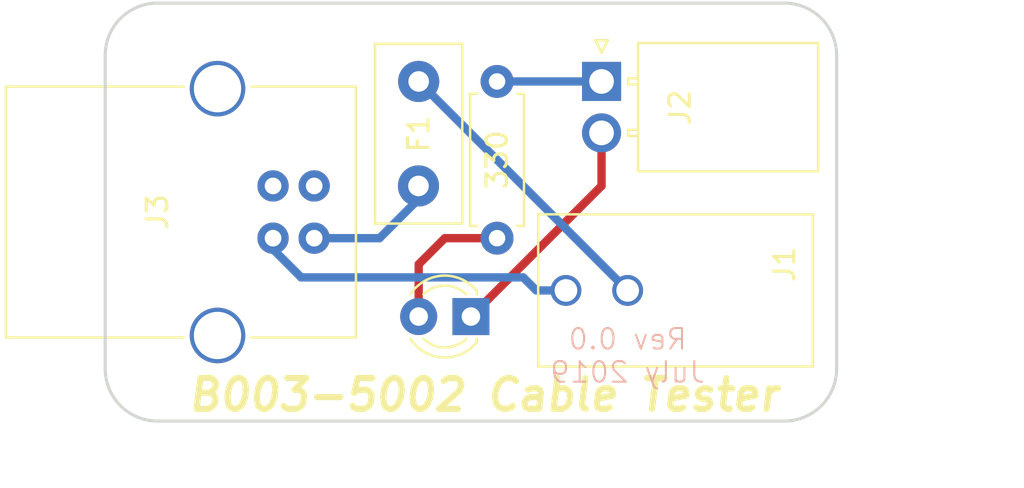
<source format=kicad_pcb>
(kicad_pcb (version 4) (host pcbnew 4.0.6)

  (general
    (links 7)
    (no_connects 1)
    (area 137.084999 111.684999 172.795001 132.155001)
    (thickness 1.6)
    (drawings 12)
    (tracks 15)
    (zones 0)
    (modules 6)
    (nets 10)
  )

  (page A4)
  (layers
    (0 F.Cu signal)
    (31 B.Cu signal)
    (32 B.Adhes user)
    (33 F.Adhes user)
    (34 B.Paste user)
    (35 F.Paste user)
    (36 B.SilkS user)
    (37 F.SilkS user)
    (38 B.Mask user)
    (39 F.Mask user)
    (40 Dwgs.User user)
    (41 Cmts.User user)
    (42 Eco1.User user)
    (43 Eco2.User user)
    (44 Edge.Cuts user)
    (45 Margin user)
    (46 B.CrtYd user)
    (47 F.CrtYd user)
    (48 B.Fab user)
    (49 F.Fab user)
  )

  (setup
    (last_trace_width 0.4064)
    (user_trace_width 0.4064)
    (trace_clearance 0.2)
    (zone_clearance 0.508)
    (zone_45_only no)
    (trace_min 0.2)
    (segment_width 0.2)
    (edge_width 0.15)
    (via_size 0.6)
    (via_drill 0.4)
    (via_min_size 0.4)
    (via_min_drill 0.3)
    (uvia_size 0.3)
    (uvia_drill 0.1)
    (uvias_allowed no)
    (uvia_min_size 0.2)
    (uvia_min_drill 0.1)
    (pcb_text_width 0.3)
    (pcb_text_size 1.5 1.5)
    (mod_edge_width 0.15)
    (mod_text_size 1 1)
    (mod_text_width 0.15)
    (pad_size 1.524 1.524)
    (pad_drill 0.762)
    (pad_to_mask_clearance 0.2)
    (aux_axis_origin 0 0)
    (visible_elements FFFFFF7F)
    (pcbplotparams
      (layerselection 0x00030_80000001)
      (usegerberextensions false)
      (excludeedgelayer true)
      (linewidth 0.100000)
      (plotframeref false)
      (viasonmask false)
      (mode 1)
      (useauxorigin false)
      (hpglpennumber 1)
      (hpglpenspeed 20)
      (hpglpendiameter 15)
      (hpglpenoverlay 2)
      (psnegative false)
      (psa4output false)
      (plotreference true)
      (plotvalue true)
      (plotinvisibletext false)
      (padsonsilk false)
      (subtractmaskfromsilk false)
      (outputformat 1)
      (mirror false)
      (drillshape 1)
      (scaleselection 1)
      (outputdirectory ""))
  )

  (net 0 "")
  (net 1 "Net-(D1-Pad1)")
  (net 2 "Net-(D1-Pad2)")
  (net 3 "Net-(J1-Pad2)")
  (net 4 "Net-(F1-Pad1)")
  (net 5 "Net-(J2-Pad1)")
  (net 6 "Net-(J3-Pad2)")
  (net 7 "Net-(F1-Pad2)")
  (net 8 "Net-(J3-Pad3)")
  (net 9 "Net-(J3-Pad5)")

  (net_class Default "This is the default net class."
    (clearance 0.2)
    (trace_width 0.25)
    (via_dia 0.6)
    (via_drill 0.4)
    (uvia_dia 0.3)
    (uvia_drill 0.1)
    (add_net "Net-(D1-Pad1)")
    (add_net "Net-(D1-Pad2)")
    (add_net "Net-(F1-Pad1)")
    (add_net "Net-(F1-Pad2)")
    (add_net "Net-(J1-Pad2)")
    (add_net "Net-(J2-Pad1)")
    (add_net "Net-(J3-Pad2)")
    (add_net "Net-(J3-Pad3)")
    (add_net "Net-(J3-Pad5)")
  )

  (module LEDs:LED_D3.0mm (layer F.Cu) (tedit 5D2E49CA) (tstamp 5D2E4492)
    (at 154.94 127 180)
    (descr "LED, diameter 3.0mm, 2 pins")
    (tags "LED diameter 3.0mm 2 pins")
    (path /5D2E4386)
    (fp_text reference D1 (at 1.27 -2.96 180) (layer F.SilkS) hide
      (effects (font (size 1 1) (thickness 0.15)))
    )
    (fp_text value LED (at 1.27 2.96 180) (layer F.Fab)
      (effects (font (size 1 1) (thickness 0.15)))
    )
    (fp_arc (start 1.27 0) (end -0.23 -1.16619) (angle 284.3) (layer F.Fab) (width 0.1))
    (fp_arc (start 1.27 0) (end -0.29 -1.235516) (angle 108.8) (layer F.SilkS) (width 0.12))
    (fp_arc (start 1.27 0) (end -0.29 1.235516) (angle -108.8) (layer F.SilkS) (width 0.12))
    (fp_arc (start 1.27 0) (end 0.229039 -1.08) (angle 87.9) (layer F.SilkS) (width 0.12))
    (fp_arc (start 1.27 0) (end 0.229039 1.08) (angle -87.9) (layer F.SilkS) (width 0.12))
    (fp_circle (center 1.27 0) (end 2.77 0) (layer F.Fab) (width 0.1))
    (fp_line (start -0.23 -1.16619) (end -0.23 1.16619) (layer F.Fab) (width 0.1))
    (fp_line (start -0.29 -1.236) (end -0.29 -1.08) (layer F.SilkS) (width 0.12))
    (fp_line (start -0.29 1.08) (end -0.29 1.236) (layer F.SilkS) (width 0.12))
    (fp_line (start -1.15 -2.25) (end -1.15 2.25) (layer F.CrtYd) (width 0.05))
    (fp_line (start -1.15 2.25) (end 3.7 2.25) (layer F.CrtYd) (width 0.05))
    (fp_line (start 3.7 2.25) (end 3.7 -2.25) (layer F.CrtYd) (width 0.05))
    (fp_line (start 3.7 -2.25) (end -1.15 -2.25) (layer F.CrtYd) (width 0.05))
    (pad 1 thru_hole rect (at 0 0 180) (size 1.8 1.8) (drill 0.9) (layers *.Cu *.Mask)
      (net 1 "Net-(D1-Pad1)"))
    (pad 2 thru_hole circle (at 2.54 0 180) (size 1.8 1.8) (drill 0.9) (layers *.Cu *.Mask)
      (net 2 "Net-(D1-Pad2)"))
    (model ${KISYS3DMOD}/LEDs.3dshapes/LED_D3.0mm.wrl
      (at (xyz 0 0 0))
      (scale (xyz 0.393701 0.393701 0.393701))
      (rotate (xyz 0 0 0))
    )
  )

  (module Connectors_Molex:Molex_Microfit3_Header_02x01_Angled_43045-020x (layer F.Cu) (tedit 5D2E4998) (tstamp 5D2E44A1)
    (at 162.56 125.73 90)
    (descr "Microfit3 02x01 header angled 43045-0200")
    (tags "connector Microfit 02x01 angled 3mm pitch")
    (path /5D2E4209)
    (fp_text reference J1 (at 1.27 7.62 90) (layer F.SilkS)
      (effects (font (size 1 1) (thickness 0.15)))
    )
    (fp_text value CONN_01X02 (at 0 -6.604 90) (layer F.Fab)
      (effects (font (size 1 1) (thickness 0.15)))
    )
    (fp_line (start -3.9 -4.55) (end -3.9 9.2) (layer F.CrtYd) (width 0.05))
    (fp_line (start -3.9 9.2) (end 3.9 9.2) (layer F.CrtYd) (width 0.05))
    (fp_line (start 3.9 9.2) (end 3.9 -4.55) (layer F.CrtYd) (width 0.05))
    (fp_line (start 3.9 -4.55) (end -3.9 -4.55) (layer F.CrtYd) (width 0.05))
    (fp_line (start -3.7 9) (end -3.7 -4.35) (layer F.SilkS) (width 0.12))
    (fp_line (start -3.7 -4.35) (end 3.7 -4.35) (layer F.SilkS) (width 0.12))
    (fp_line (start 3.7 -4.35) (end 3.7 9) (layer F.SilkS) (width 0.12))
    (fp_line (start 3.7 9) (end -3.7 9) (layer F.SilkS) (width 0.12))
    (pad 2 thru_hole circle (at 0 -3 90) (size 1.5 1.5) (drill 1.1) (layers *.Cu *.Mask)
      (net 3 "Net-(J1-Pad2)"))
    (pad 1 thru_hole circle (at 0 0 90) (size 1.5 1.5) (drill 1.1) (layers *.Cu *.Mask)
      (net 4 "Net-(F1-Pad1)"))
    (pad "" np_thru_hole circle (at 0 4.32 90) (size 3.1 3.1) (drill 3.1) (layers *.Cu *.Mask))
    (model ${KISYS3DMOD}/Connectors_Molex.3dshapes/Molex_Microfit3_Header_02x01_Angled_43045-020x.wrl
      (at (xyz 0 0 0))
      (scale (xyz 1 1 1))
      (rotate (xyz 0 0 0))
    )
  )

  (module Connectors_Molex:Molex_NanoFit_1x02x2.50mm_Angled (layer F.Cu) (tedit 5D2E499A) (tstamp 5D2E44C4)
    (at 161.29 115.57 270)
    (descr "Molex Nano Fit, single row, side entry, through hole, Datasheet:http://www.molex.com/pdm_docs/sd/1053131208_sd.pdf")
    (tags "connector molex nano-fit 105313-xx04")
    (path /5D2E4250)
    (fp_text reference J2 (at 1.27 -3.81 270) (layer F.SilkS)
      (effects (font (size 1 1) (thickness 0.15)))
    )
    (fp_text value CONN_01X02 (at 1.25 3.5 270) (layer F.Fab)
      (effects (font (size 1 1) (thickness 0.15)))
    )
    (fp_line (start -1.72 -10.38) (end -1.72 -1.92) (layer F.Fab) (width 0.1))
    (fp_line (start -1.72 -1.92) (end 4.22 -1.92) (layer F.Fab) (width 0.1))
    (fp_line (start 4.22 -1.92) (end 4.22 -10.38) (layer F.Fab) (width 0.1))
    (fp_line (start 4.22 -10.38) (end -1.72 -10.38) (layer F.Fab) (width 0.1))
    (fp_line (start -1.87 -10.53) (end -1.87 -1.77) (layer F.SilkS) (width 0.12))
    (fp_line (start -1.87 -1.77) (end 4.37 -1.77) (layer F.SilkS) (width 0.12))
    (fp_line (start 4.37 -1.77) (end 4.37 -10.53) (layer F.SilkS) (width 0.12))
    (fp_line (start 4.37 -10.53) (end -1.87 -10.53) (layer F.SilkS) (width 0.12))
    (fp_line (start -0.15 -1.77) (end -0.15 -1.3) (layer F.SilkS) (width 0.12))
    (fp_line (start -0.15 -1.3) (end 0.15 -1.3) (layer F.SilkS) (width 0.12))
    (fp_line (start 0.15 -1.3) (end 0.15 -1.77) (layer F.SilkS) (width 0.12))
    (fp_line (start 0.15 -1.77) (end -0.15 -1.77) (layer F.SilkS) (width 0.12))
    (fp_line (start 2.35 -1.77) (end 2.35 -1.3) (layer F.SilkS) (width 0.12))
    (fp_line (start 2.35 -1.3) (end 2.65 -1.3) (layer F.SilkS) (width 0.12))
    (fp_line (start 2.65 -1.3) (end 2.65 -1.77) (layer F.SilkS) (width 0.12))
    (fp_line (start 2.65 -1.77) (end 2.35 -1.77) (layer F.SilkS) (width 0.12))
    (fp_line (start -2.21 -10.88) (end -2.21 1.45) (layer F.CrtYd) (width 0.05))
    (fp_line (start -2.21 1.45) (end 4.71 1.45) (layer F.CrtYd) (width 0.05))
    (fp_line (start 4.71 1.45) (end 4.71 -10.88) (layer F.CrtYd) (width 0.05))
    (fp_line (start 4.71 -10.88) (end -2.21 -10.88) (layer F.CrtYd) (width 0.05))
    (fp_line (start -1.4 0) (end -2 0.3) (layer F.SilkS) (width 0.12))
    (fp_line (start -2 0.3) (end -2 -0.3) (layer F.SilkS) (width 0.12))
    (fp_line (start -2 -0.3) (end -1.4 0) (layer F.SilkS) (width 0.12))
    (fp_line (start -1.4 0) (end -2 0.3) (layer F.Fab) (width 0.1))
    (fp_line (start -2 0.3) (end -2 -0.3) (layer F.Fab) (width 0.1))
    (fp_line (start -2 -0.3) (end -1.4 0) (layer F.Fab) (width 0.1))
    (fp_text user %R (at 1.25 -4.5 270) (layer F.Fab)
      (effects (font (size 1 1) (thickness 0.15)))
    )
    (pad 1 thru_hole rect (at 0 0 270) (size 1.9 1.9) (drill 1.2) (layers *.Cu *.Mask)
      (net 5 "Net-(J2-Pad1)"))
    (pad 2 thru_hole circle (at 2.5 0 270) (size 1.9 1.9) (drill 1.2) (layers *.Cu *.Mask)
      (net 1 "Net-(D1-Pad1)"))
    (pad "" np_thru_hole circle (at 0 -7.18 270) (size 1.6 1.6) (drill 1.6) (layers *.Cu *.Mask))
    (pad "" np_thru_hole circle (at 2.5 -7.18 270) (size 1.6 1.6) (drill 1.6) (layers *.Cu *.Mask))
    (model ${KISYS3DMOD}/Connectors_Molex.3dshapes/Molex_NanoFit_1x02x2.50mm_Angled.wrl
      (at (xyz 0 0 0))
      (scale (xyz 1 1 1))
      (rotate (xyz 0 0 0))
    )
  )

  (module Resistors_THT:R_Axial_DIN0207_L6.3mm_D2.5mm_P7.62mm_Horizontal (layer F.Cu) (tedit 5D2E49B6) (tstamp 5D2E44DA)
    (at 156.21 123.19 90)
    (descr "Resistor, Axial_DIN0207 series, Axial, Horizontal, pin pitch=7.62mm, 0.25W = 1/4W, length*diameter=6.3*2.5mm^2, http://cdn-reichelt.de/documents/datenblatt/B400/1_4W%23YAG.pdf")
    (tags "Resistor Axial_DIN0207 series Axial Horizontal pin pitch 7.62mm 0.25W = 1/4W length 6.3mm diameter 2.5mm")
    (path /5D2E4299)
    (fp_text reference R1 (at 3.81 -2.31 90) (layer F.SilkS) hide
      (effects (font (size 1 1) (thickness 0.15)))
    )
    (fp_text value 330 (at 3.81 0 90) (layer F.SilkS)
      (effects (font (size 1 1) (thickness 0.15)))
    )
    (fp_line (start 0.66 -1.25) (end 0.66 1.25) (layer F.Fab) (width 0.1))
    (fp_line (start 0.66 1.25) (end 6.96 1.25) (layer F.Fab) (width 0.1))
    (fp_line (start 6.96 1.25) (end 6.96 -1.25) (layer F.Fab) (width 0.1))
    (fp_line (start 6.96 -1.25) (end 0.66 -1.25) (layer F.Fab) (width 0.1))
    (fp_line (start 0 0) (end 0.66 0) (layer F.Fab) (width 0.1))
    (fp_line (start 7.62 0) (end 6.96 0) (layer F.Fab) (width 0.1))
    (fp_line (start 0.6 -0.98) (end 0.6 -1.31) (layer F.SilkS) (width 0.12))
    (fp_line (start 0.6 -1.31) (end 7.02 -1.31) (layer F.SilkS) (width 0.12))
    (fp_line (start 7.02 -1.31) (end 7.02 -0.98) (layer F.SilkS) (width 0.12))
    (fp_line (start 0.6 0.98) (end 0.6 1.31) (layer F.SilkS) (width 0.12))
    (fp_line (start 0.6 1.31) (end 7.02 1.31) (layer F.SilkS) (width 0.12))
    (fp_line (start 7.02 1.31) (end 7.02 0.98) (layer F.SilkS) (width 0.12))
    (fp_line (start -1.05 -1.6) (end -1.05 1.6) (layer F.CrtYd) (width 0.05))
    (fp_line (start -1.05 1.6) (end 8.7 1.6) (layer F.CrtYd) (width 0.05))
    (fp_line (start 8.7 1.6) (end 8.7 -1.6) (layer F.CrtYd) (width 0.05))
    (fp_line (start 8.7 -1.6) (end -1.05 -1.6) (layer F.CrtYd) (width 0.05))
    (pad 1 thru_hole circle (at 0 0 90) (size 1.6 1.6) (drill 0.8) (layers *.Cu *.Mask)
      (net 2 "Net-(D1-Pad2)"))
    (pad 2 thru_hole oval (at 7.62 0 90) (size 1.6 1.6) (drill 0.8) (layers *.Cu *.Mask)
      (net 5 "Net-(J2-Pad1)"))
    (model ${KISYS3DMOD}/Resistors_THT.3dshapes/R_Axial_DIN0207_L6.3mm_D2.5mm_P7.62mm_Horizontal.wrl
      (at (xyz 0 0 0))
      (scale (xyz 0.393701 0.393701 0.393701))
      (rotate (xyz 0 0 0))
    )
  )

  (module Connectors:USB_B (layer F.Cu) (tedit 5D2E4995) (tstamp 5D2E4658)
    (at 147.32 123.19 180)
    (descr "USB B connector")
    (tags "USB_B USB_DEV")
    (path /5D2E41AD)
    (fp_text reference J3 (at 7.62 1.27 270) (layer F.SilkS)
      (effects (font (size 1 1) (thickness 0.15)))
    )
    (fp_text value USB_B (at 4.7 1.27 270) (layer F.Fab)
      (effects (font (size 1 1) (thickness 0.15)))
    )
    (fp_line (start 15.25 8.9) (end -2.3 8.9) (layer F.CrtYd) (width 0.05))
    (fp_line (start -2.3 8.9) (end -2.3 -6.35) (layer F.CrtYd) (width 0.05))
    (fp_line (start -2.3 -6.35) (end 15.25 -6.35) (layer F.CrtYd) (width 0.05))
    (fp_line (start 15.25 -6.35) (end 15.25 8.9) (layer F.CrtYd) (width 0.05))
    (fp_line (start 6.35 7.37) (end 14.99 7.37) (layer F.SilkS) (width 0.12))
    (fp_line (start -2.03 7.37) (end 3.05 7.37) (layer F.SilkS) (width 0.12))
    (fp_line (start 6.35 -4.83) (end 14.99 -4.83) (layer F.SilkS) (width 0.12))
    (fp_line (start -2.03 -4.83) (end 3.05 -4.83) (layer F.SilkS) (width 0.12))
    (fp_line (start 14.99 -4.83) (end 14.99 7.37) (layer F.SilkS) (width 0.12))
    (fp_line (start -2.03 7.37) (end -2.03 -4.83) (layer F.SilkS) (width 0.12))
    (pad 2 thru_hole circle (at 0 2.54 90) (size 1.52 1.52) (drill 0.81) (layers *.Cu *.Mask)
      (net 6 "Net-(J3-Pad2)"))
    (pad 1 thru_hole circle (at 0 0 90) (size 1.52 1.52) (drill 0.81) (layers *.Cu *.Mask)
      (net 7 "Net-(F1-Pad2)"))
    (pad 4 thru_hole circle (at 2 0 90) (size 1.52 1.52) (drill 0.81) (layers *.Cu *.Mask)
      (net 3 "Net-(J1-Pad2)"))
    (pad 3 thru_hole circle (at 2 2.54 90) (size 1.52 1.52) (drill 0.81) (layers *.Cu *.Mask)
      (net 8 "Net-(J3-Pad3)"))
    (pad 5 thru_hole circle (at 4.7 7.27 90) (size 2.7 2.7) (drill 2.3) (layers *.Cu *.Mask)
      (net 9 "Net-(J3-Pad5)"))
    (pad 5 thru_hole circle (at 4.7 -4.73 90) (size 2.7 2.7) (drill 2.3) (layers *.Cu *.Mask)
      (net 9 "Net-(J3-Pad5)"))
    (model ${KISYS3DMOD}/Connectors.3dshapes/USB_B.wrl
      (at (xyz 0.18 -0.05 0))
      (scale (xyz 0.39 0.39 0.39))
      (rotate (xyz 0 0 -90))
    )
  )

  (module Fuse_Holders_and_Fuses:Fuse_TE5_Littlefuse-395Series (layer F.Cu) (tedit 5D2E49A7) (tstamp 5D2E4891)
    (at 152.4 115.57 270)
    (descr "Fuse, TE5, Littlefuse/Wickmann, No. 460, No560,")
    (tags "Fuse TE5 Littlefuse/Wickmann No. 460 No560 ")
    (path /5D2E43F5)
    (fp_text reference F1 (at 2.54 0 270) (layer F.SilkS)
      (effects (font (size 1 1) (thickness 0.15)))
    )
    (fp_text value Polyfuse (at 2.35 3.1 270) (layer F.Fab)
      (effects (font (size 1 1) (thickness 0.15)))
    )
    (fp_line (start -1.71 2) (end 6.79 2) (layer F.Fab) (width 0.1))
    (fp_line (start 6.79 2) (end 6.79 -2) (layer F.Fab) (width 0.1))
    (fp_line (start 6.79 -2) (end -1.71 -2) (layer F.Fab) (width 0.1))
    (fp_line (start -1.71 -2) (end -1.71 2) (layer F.Fab) (width 0.1))
    (fp_line (start -1.96 -2.25) (end 7.04 -2.25) (layer F.CrtYd) (width 0.05))
    (fp_line (start -1.96 -2.25) (end -1.96 2.25) (layer F.CrtYd) (width 0.05))
    (fp_line (start 7.04 2.25) (end 7.04 -2.25) (layer F.CrtYd) (width 0.05))
    (fp_line (start 7.04 2.25) (end -1.96 2.25) (layer F.CrtYd) (width 0.05))
    (fp_line (start -1.83 -2.12) (end 6.91 -2.12) (layer F.SilkS) (width 0.12))
    (fp_line (start -1.83 -2.12) (end -1.83 2.12) (layer F.SilkS) (width 0.12))
    (fp_line (start 6.91 2.12) (end 6.91 -2.12) (layer F.SilkS) (width 0.12))
    (fp_line (start 6.91 2.12) (end -1.83 2.12) (layer F.SilkS) (width 0.12))
    (pad 1 thru_hole circle (at 0 0 270) (size 2 2) (drill 1) (layers *.Cu *.Mask)
      (net 4 "Net-(F1-Pad1)"))
    (pad 2 thru_hole circle (at 5.08 0.01 270) (size 2 2) (drill 1) (layers *.Cu *.Mask)
      (net 7 "Net-(F1-Pad2)"))
  )

  (gr_text "Rev 0.0\nJuly 2019" (at 162.56 128.905) (layer B.SilkS)
    (effects (font (size 1 1) (thickness 0.1)) (justify mirror))
  )
  (gr_text "B003-5002 Cable Tester" (at 155.575 130.81) (layer F.SilkS)
    (effects (font (size 1.5 1.5) (thickness 0.3) italic))
  )
  (dimension 35.56 (width 0.3) (layer Dwgs.User)
    (gr_text "35.560 mm" (at 154.94 135.97) (layer Dwgs.User)
      (effects (font (size 1.5 1.5) (thickness 0.3)))
    )
    (feature1 (pts (xy 172.72 132.08) (xy 172.72 137.32)))
    (feature2 (pts (xy 137.16 132.08) (xy 137.16 137.32)))
    (crossbar (pts (xy 137.16 134.62) (xy 172.72 134.62)))
    (arrow1a (pts (xy 172.72 134.62) (xy 171.593496 135.206421)))
    (arrow1b (pts (xy 172.72 134.62) (xy 171.593496 134.033579)))
    (arrow2a (pts (xy 137.16 134.62) (xy 138.286504 135.206421)))
    (arrow2b (pts (xy 137.16 134.62) (xy 138.286504 134.033579)))
  )
  (dimension 20.32 (width 0.3) (layer Dwgs.User)
    (gr_text "20.320 mm" (at 179.15 121.92 270) (layer Dwgs.User)
      (effects (font (size 1.5 1.5) (thickness 0.3)))
    )
    (feature1 (pts (xy 172.72 132.08) (xy 180.5 132.08)))
    (feature2 (pts (xy 172.72 111.76) (xy 180.5 111.76)))
    (crossbar (pts (xy 177.8 111.76) (xy 177.8 132.08)))
    (arrow1a (pts (xy 177.8 132.08) (xy 177.213579 130.953496)))
    (arrow1b (pts (xy 177.8 132.08) (xy 178.386421 130.953496)))
    (arrow2a (pts (xy 177.8 111.76) (xy 177.213579 112.886504)))
    (arrow2b (pts (xy 177.8 111.76) (xy 178.386421 112.886504)))
  )
  (gr_line (start 139.7 111.76) (end 170.18 111.76) (angle 90) (layer Edge.Cuts) (width 0.15))
  (gr_line (start 139.7 132.08) (end 170.18 132.08) (angle 90) (layer Edge.Cuts) (width 0.15))
  (gr_line (start 172.72 129.54) (end 172.72 114.3) (angle 90) (layer Edge.Cuts) (width 0.15))
  (gr_line (start 137.16 114.3) (end 137.16 129.54) (angle 90) (layer Edge.Cuts) (width 0.15))
  (gr_arc (start 170.18 114.3) (end 170.18 111.76) (angle 90) (layer Edge.Cuts) (width 0.15))
  (gr_arc (start 170.18 129.54) (end 172.72 129.54) (angle 90) (layer Edge.Cuts) (width 0.15))
  (gr_arc (start 139.7 129.54) (end 139.7 132.08) (angle 90) (layer Edge.Cuts) (width 0.15))
  (gr_arc (start 139.7 114.3) (end 137.16 114.3) (angle 90) (layer Edge.Cuts) (width 0.15))

  (segment (start 161.29 118.07) (end 161.29 120.65) (width 0.4064) (layer F.Cu) (net 1) (status 400000))
  (segment (start 161.29 120.65) (end 154.94 127) (width 0.4064) (layer F.Cu) (net 1) (tstamp 5D2E6FBE) (status 800000))
  (segment (start 156.21 123.19) (end 153.67 123.19) (width 0.4064) (layer F.Cu) (net 2) (status 400000))
  (segment (start 152.4 124.46) (end 152.4 127) (width 0.4064) (layer F.Cu) (net 2) (tstamp 5D2E6FC3) (status 800000))
  (segment (start 153.67 123.19) (end 152.4 124.46) (width 0.4064) (layer F.Cu) (net 2) (tstamp 5D2E6FC2))
  (segment (start 159.56 125.73) (end 158.115 125.73) (width 0.4064) (layer B.Cu) (net 3) (status 400000))
  (segment (start 146.685 125.095) (end 145.32 123.73) (width 0.4064) (layer B.Cu) (net 3) (tstamp 5D2E6FB6) (status 800000))
  (segment (start 157.48 125.095) (end 146.685 125.095) (width 0.4064) (layer B.Cu) (net 3) (tstamp 5D2E6FB5))
  (segment (start 158.115 125.73) (end 157.48 125.095) (width 0.4064) (layer B.Cu) (net 3) (tstamp 5D2E6FB4))
  (segment (start 145.32 123.73) (end 145.32 123.19) (width 0.4064) (layer B.Cu) (net 3) (tstamp 5D2E6FB7) (status C00000))
  (segment (start 152.4 115.57) (end 162.56 125.73) (width 0.4064) (layer B.Cu) (net 4) (status C00000))
  (segment (start 156.21 115.57) (end 161.29 115.57) (width 0.4064) (layer B.Cu) (net 5) (status C00000))
  (segment (start 147.32 123.19) (end 150.495 123.19) (width 0.4064) (layer B.Cu) (net 7) (status 400000))
  (segment (start 150.495 123.19) (end 152.39 121.295) (width 0.4064) (layer B.Cu) (net 7) (tstamp 5D2E6FBA) (status 800000))
  (segment (start 152.39 121.295) (end 152.39 120.65) (width 0.4064) (layer B.Cu) (net 7) (tstamp 5D2E6FBB) (status C00000))

)

</source>
